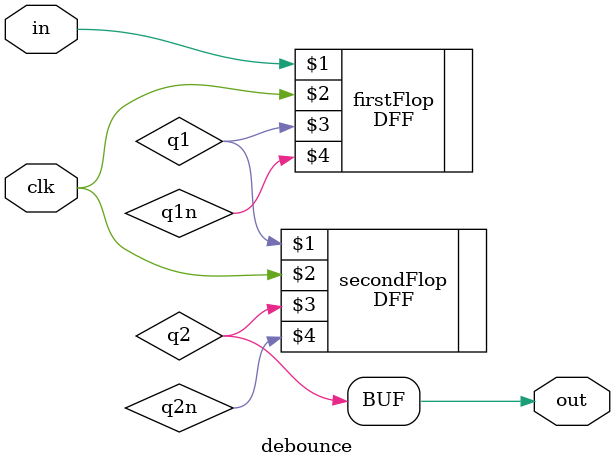
<source format=v>
module debounce(clk,in,out);
  input clk;
  input in;
  output out;

  wire q1;  //output from flip flop 1
  wire q1n; //qn output from flip flop 1
  wire q2;  //output from flip flop 2
  wire q2n; //qn output from flip flop 2

  DFF firstFlop(in,clk,q1,q1n);
  DFF secondFlop(q1,clk,q2,q2n);

  assign out= q2;

endmodule
</source>
